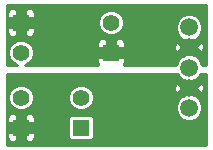
<source format=gbl>
G04 (created by PCBNEW (2013-may-18)-stable) date Tue 01 Oct 2013 11:13:52 PM CDT*
%MOIN*%
G04 Gerber Fmt 3.4, Leading zero omitted, Abs format*
%FSLAX34Y34*%
G01*
G70*
G90*
G04 APERTURE LIST*
%ADD10C,0.006*%
%ADD11R,0.055X0.055*%
%ADD12C,0.055*%
%ADD13C,0.0590551*%
%ADD14C,0.01*%
G04 APERTURE END LIST*
G54D10*
G54D11*
X8900Y-11250D03*
G54D12*
X8900Y-10250D03*
G54D11*
X8900Y-7750D03*
G54D12*
X8900Y-8750D03*
G54D13*
X14500Y-10590D03*
X14500Y-9920D03*
X14500Y-9250D03*
X14500Y-8580D03*
X14500Y-7910D03*
G54D11*
X11900Y-8750D03*
G54D12*
X11900Y-7750D03*
G54D11*
X10900Y-11250D03*
G54D12*
X10900Y-10250D03*
G54D10*
G36*
X15080Y-9150D02*
X15004Y-9150D01*
X15004Y-8549D01*
X14977Y-8415D01*
X14945Y-8399D01*
X14945Y-7821D01*
X14877Y-7658D01*
X14752Y-7532D01*
X14588Y-7464D01*
X14411Y-7464D01*
X14248Y-7532D01*
X14122Y-7657D01*
X14054Y-7821D01*
X14054Y-7998D01*
X14122Y-8161D01*
X14247Y-8287D01*
X14411Y-8355D01*
X14484Y-8355D01*
X14500Y-8371D01*
X14515Y-8355D01*
X14588Y-8355D01*
X14751Y-8287D01*
X14877Y-8162D01*
X14945Y-7998D01*
X14945Y-7821D01*
X14945Y-8399D01*
X14908Y-8380D01*
X14708Y-8580D01*
X14908Y-8779D01*
X14977Y-8744D01*
X15004Y-8549D01*
X15004Y-9150D01*
X14940Y-9150D01*
X14877Y-8998D01*
X14752Y-8872D01*
X14588Y-8804D01*
X14515Y-8804D01*
X14500Y-8788D01*
X14484Y-8804D01*
X14411Y-8804D01*
X14291Y-8854D01*
X14291Y-8580D01*
X14091Y-8380D01*
X14022Y-8415D01*
X13995Y-8610D01*
X14022Y-8744D01*
X14091Y-8779D01*
X14291Y-8580D01*
X14291Y-8854D01*
X14248Y-8872D01*
X14122Y-8997D01*
X14059Y-9150D01*
X12332Y-9150D01*
X12344Y-9138D01*
X12375Y-9064D01*
X12375Y-8435D01*
X12344Y-8361D01*
X12325Y-8342D01*
X12325Y-7665D01*
X12260Y-7509D01*
X12141Y-7389D01*
X11984Y-7325D01*
X11815Y-7324D01*
X11659Y-7389D01*
X11539Y-7508D01*
X11475Y-7665D01*
X11474Y-7834D01*
X11539Y-7990D01*
X11658Y-8110D01*
X11815Y-8174D01*
X11984Y-8175D01*
X12140Y-8110D01*
X12260Y-7991D01*
X12324Y-7834D01*
X12325Y-7665D01*
X12325Y-8342D01*
X12288Y-8305D01*
X12214Y-8275D01*
X12135Y-8274D01*
X12087Y-8275D01*
X12037Y-8325D01*
X12037Y-8612D01*
X12325Y-8612D01*
X12375Y-8562D01*
X12375Y-8435D01*
X12375Y-9064D01*
X12375Y-8937D01*
X12325Y-8887D01*
X12037Y-8887D01*
X12037Y-8907D01*
X11762Y-8907D01*
X11762Y-8887D01*
X11762Y-8612D01*
X11762Y-8325D01*
X11712Y-8275D01*
X11664Y-8274D01*
X11585Y-8275D01*
X11511Y-8305D01*
X11455Y-8361D01*
X11424Y-8435D01*
X11425Y-8562D01*
X11475Y-8612D01*
X11762Y-8612D01*
X11762Y-8887D01*
X11475Y-8887D01*
X11425Y-8937D01*
X11424Y-9064D01*
X11455Y-9138D01*
X11467Y-9150D01*
X9375Y-9150D01*
X9375Y-8064D01*
X9375Y-7435D01*
X9344Y-7361D01*
X9288Y-7305D01*
X9214Y-7275D01*
X9135Y-7274D01*
X9087Y-7275D01*
X9037Y-7325D01*
X9037Y-7612D01*
X9325Y-7612D01*
X9375Y-7562D01*
X9375Y-7435D01*
X9375Y-8064D01*
X9375Y-7937D01*
X9325Y-7887D01*
X9037Y-7887D01*
X9037Y-8175D01*
X9087Y-8225D01*
X9135Y-8225D01*
X9214Y-8224D01*
X9288Y-8194D01*
X9344Y-8138D01*
X9375Y-8064D01*
X9375Y-9150D01*
X9044Y-9150D01*
X9140Y-9110D01*
X9260Y-8991D01*
X9324Y-8834D01*
X9325Y-8665D01*
X9260Y-8509D01*
X9141Y-8389D01*
X8984Y-8325D01*
X8815Y-8324D01*
X8762Y-8346D01*
X8762Y-8175D01*
X8762Y-7887D01*
X8762Y-7612D01*
X8762Y-7325D01*
X8712Y-7275D01*
X8664Y-7274D01*
X8585Y-7275D01*
X8511Y-7305D01*
X8455Y-7361D01*
X8424Y-7435D01*
X8425Y-7562D01*
X8475Y-7612D01*
X8762Y-7612D01*
X8762Y-7887D01*
X8475Y-7887D01*
X8425Y-7937D01*
X8424Y-8064D01*
X8455Y-8138D01*
X8511Y-8194D01*
X8585Y-8224D01*
X8664Y-8225D01*
X8712Y-8225D01*
X8762Y-8175D01*
X8762Y-8346D01*
X8659Y-8389D01*
X8539Y-8508D01*
X8475Y-8665D01*
X8474Y-8834D01*
X8539Y-8990D01*
X8658Y-9110D01*
X8755Y-9150D01*
X8419Y-9150D01*
X8419Y-7169D01*
X15080Y-7169D01*
X15080Y-9150D01*
X15080Y-9150D01*
G37*
G54D14*
X15080Y-9150D02*
X15004Y-9150D01*
X15004Y-8549D01*
X14977Y-8415D01*
X14945Y-8399D01*
X14945Y-7821D01*
X14877Y-7658D01*
X14752Y-7532D01*
X14588Y-7464D01*
X14411Y-7464D01*
X14248Y-7532D01*
X14122Y-7657D01*
X14054Y-7821D01*
X14054Y-7998D01*
X14122Y-8161D01*
X14247Y-8287D01*
X14411Y-8355D01*
X14484Y-8355D01*
X14500Y-8371D01*
X14515Y-8355D01*
X14588Y-8355D01*
X14751Y-8287D01*
X14877Y-8162D01*
X14945Y-7998D01*
X14945Y-7821D01*
X14945Y-8399D01*
X14908Y-8380D01*
X14708Y-8580D01*
X14908Y-8779D01*
X14977Y-8744D01*
X15004Y-8549D01*
X15004Y-9150D01*
X14940Y-9150D01*
X14877Y-8998D01*
X14752Y-8872D01*
X14588Y-8804D01*
X14515Y-8804D01*
X14500Y-8788D01*
X14484Y-8804D01*
X14411Y-8804D01*
X14291Y-8854D01*
X14291Y-8580D01*
X14091Y-8380D01*
X14022Y-8415D01*
X13995Y-8610D01*
X14022Y-8744D01*
X14091Y-8779D01*
X14291Y-8580D01*
X14291Y-8854D01*
X14248Y-8872D01*
X14122Y-8997D01*
X14059Y-9150D01*
X12332Y-9150D01*
X12344Y-9138D01*
X12375Y-9064D01*
X12375Y-8435D01*
X12344Y-8361D01*
X12325Y-8342D01*
X12325Y-7665D01*
X12260Y-7509D01*
X12141Y-7389D01*
X11984Y-7325D01*
X11815Y-7324D01*
X11659Y-7389D01*
X11539Y-7508D01*
X11475Y-7665D01*
X11474Y-7834D01*
X11539Y-7990D01*
X11658Y-8110D01*
X11815Y-8174D01*
X11984Y-8175D01*
X12140Y-8110D01*
X12260Y-7991D01*
X12324Y-7834D01*
X12325Y-7665D01*
X12325Y-8342D01*
X12288Y-8305D01*
X12214Y-8275D01*
X12135Y-8274D01*
X12087Y-8275D01*
X12037Y-8325D01*
X12037Y-8612D01*
X12325Y-8612D01*
X12375Y-8562D01*
X12375Y-8435D01*
X12375Y-9064D01*
X12375Y-8937D01*
X12325Y-8887D01*
X12037Y-8887D01*
X12037Y-8907D01*
X11762Y-8907D01*
X11762Y-8887D01*
X11762Y-8612D01*
X11762Y-8325D01*
X11712Y-8275D01*
X11664Y-8274D01*
X11585Y-8275D01*
X11511Y-8305D01*
X11455Y-8361D01*
X11424Y-8435D01*
X11425Y-8562D01*
X11475Y-8612D01*
X11762Y-8612D01*
X11762Y-8887D01*
X11475Y-8887D01*
X11425Y-8937D01*
X11424Y-9064D01*
X11455Y-9138D01*
X11467Y-9150D01*
X9375Y-9150D01*
X9375Y-8064D01*
X9375Y-7435D01*
X9344Y-7361D01*
X9288Y-7305D01*
X9214Y-7275D01*
X9135Y-7274D01*
X9087Y-7275D01*
X9037Y-7325D01*
X9037Y-7612D01*
X9325Y-7612D01*
X9375Y-7562D01*
X9375Y-7435D01*
X9375Y-8064D01*
X9375Y-7937D01*
X9325Y-7887D01*
X9037Y-7887D01*
X9037Y-8175D01*
X9087Y-8225D01*
X9135Y-8225D01*
X9214Y-8224D01*
X9288Y-8194D01*
X9344Y-8138D01*
X9375Y-8064D01*
X9375Y-9150D01*
X9044Y-9150D01*
X9140Y-9110D01*
X9260Y-8991D01*
X9324Y-8834D01*
X9325Y-8665D01*
X9260Y-8509D01*
X9141Y-8389D01*
X8984Y-8325D01*
X8815Y-8324D01*
X8762Y-8346D01*
X8762Y-8175D01*
X8762Y-7887D01*
X8762Y-7612D01*
X8762Y-7325D01*
X8712Y-7275D01*
X8664Y-7274D01*
X8585Y-7275D01*
X8511Y-7305D01*
X8455Y-7361D01*
X8424Y-7435D01*
X8425Y-7562D01*
X8475Y-7612D01*
X8762Y-7612D01*
X8762Y-7887D01*
X8475Y-7887D01*
X8425Y-7937D01*
X8424Y-8064D01*
X8455Y-8138D01*
X8511Y-8194D01*
X8585Y-8224D01*
X8664Y-8225D01*
X8712Y-8225D01*
X8762Y-8175D01*
X8762Y-8346D01*
X8659Y-8389D01*
X8539Y-8508D01*
X8475Y-8665D01*
X8474Y-8834D01*
X8539Y-8990D01*
X8658Y-9110D01*
X8755Y-9150D01*
X8419Y-9150D01*
X8419Y-7169D01*
X15080Y-7169D01*
X15080Y-9150D01*
G54D10*
G36*
X15080Y-11830D02*
X15004Y-11830D01*
X15004Y-9889D01*
X14977Y-9755D01*
X14908Y-9720D01*
X14708Y-9920D01*
X14908Y-10119D01*
X14977Y-10084D01*
X15004Y-9889D01*
X15004Y-11830D01*
X14945Y-11830D01*
X14945Y-10501D01*
X14877Y-10338D01*
X14752Y-10212D01*
X14588Y-10144D01*
X14515Y-10144D01*
X14500Y-10128D01*
X14484Y-10144D01*
X14411Y-10144D01*
X14291Y-10194D01*
X14291Y-9920D01*
X14091Y-9720D01*
X14022Y-9755D01*
X13995Y-9950D01*
X14022Y-10084D01*
X14091Y-10119D01*
X14291Y-9920D01*
X14291Y-10194D01*
X14248Y-10212D01*
X14122Y-10337D01*
X14054Y-10501D01*
X14054Y-10678D01*
X14122Y-10841D01*
X14247Y-10967D01*
X14411Y-11035D01*
X14588Y-11035D01*
X14751Y-10967D01*
X14877Y-10842D01*
X14945Y-10678D01*
X14945Y-10501D01*
X14945Y-11830D01*
X11325Y-11830D01*
X11325Y-10165D01*
X11260Y-10009D01*
X11141Y-9889D01*
X10984Y-9825D01*
X10815Y-9824D01*
X10659Y-9889D01*
X10539Y-10008D01*
X10475Y-10165D01*
X10474Y-10334D01*
X10539Y-10490D01*
X10658Y-10610D01*
X10815Y-10674D01*
X10984Y-10675D01*
X11140Y-10610D01*
X11260Y-10491D01*
X11324Y-10334D01*
X11325Y-10165D01*
X11325Y-11830D01*
X11325Y-11830D01*
X11325Y-11495D01*
X11325Y-10945D01*
X11302Y-10890D01*
X11260Y-10847D01*
X11204Y-10825D01*
X11145Y-10824D01*
X10595Y-10824D01*
X10540Y-10847D01*
X10497Y-10889D01*
X10475Y-10945D01*
X10474Y-11004D01*
X10474Y-11554D01*
X10497Y-11609D01*
X10539Y-11652D01*
X10595Y-11674D01*
X10654Y-11675D01*
X11204Y-11675D01*
X11259Y-11652D01*
X11302Y-11610D01*
X11324Y-11554D01*
X11325Y-11495D01*
X11325Y-11830D01*
X9375Y-11830D01*
X9375Y-11564D01*
X9375Y-10935D01*
X9344Y-10861D01*
X9325Y-10842D01*
X9325Y-10165D01*
X9260Y-10009D01*
X9141Y-9889D01*
X8984Y-9825D01*
X8815Y-9824D01*
X8659Y-9889D01*
X8539Y-10008D01*
X8475Y-10165D01*
X8474Y-10334D01*
X8539Y-10490D01*
X8658Y-10610D01*
X8815Y-10674D01*
X8984Y-10675D01*
X9140Y-10610D01*
X9260Y-10491D01*
X9324Y-10334D01*
X9325Y-10165D01*
X9325Y-10842D01*
X9288Y-10805D01*
X9214Y-10775D01*
X9135Y-10774D01*
X9087Y-10775D01*
X9037Y-10825D01*
X9037Y-11112D01*
X9325Y-11112D01*
X9375Y-11062D01*
X9375Y-10935D01*
X9375Y-11564D01*
X9375Y-11437D01*
X9325Y-11387D01*
X9037Y-11387D01*
X9037Y-11675D01*
X9087Y-11725D01*
X9135Y-11725D01*
X9214Y-11724D01*
X9288Y-11694D01*
X9344Y-11638D01*
X9375Y-11564D01*
X9375Y-11830D01*
X8762Y-11830D01*
X8762Y-11675D01*
X8762Y-11387D01*
X8762Y-11112D01*
X8762Y-10825D01*
X8712Y-10775D01*
X8664Y-10774D01*
X8585Y-10775D01*
X8511Y-10805D01*
X8455Y-10861D01*
X8424Y-10935D01*
X8425Y-11062D01*
X8475Y-11112D01*
X8762Y-11112D01*
X8762Y-11387D01*
X8475Y-11387D01*
X8425Y-11437D01*
X8424Y-11564D01*
X8455Y-11638D01*
X8511Y-11694D01*
X8585Y-11724D01*
X8664Y-11725D01*
X8712Y-11725D01*
X8762Y-11675D01*
X8762Y-11830D01*
X8419Y-11830D01*
X8419Y-9450D01*
X14100Y-9450D01*
X14122Y-9501D01*
X14247Y-9627D01*
X14411Y-9695D01*
X14484Y-9695D01*
X14500Y-9711D01*
X14515Y-9695D01*
X14588Y-9695D01*
X14751Y-9627D01*
X14877Y-9502D01*
X14899Y-9450D01*
X15080Y-9450D01*
X15080Y-11830D01*
X15080Y-11830D01*
G37*
G54D14*
X15080Y-11830D02*
X15004Y-11830D01*
X15004Y-9889D01*
X14977Y-9755D01*
X14908Y-9720D01*
X14708Y-9920D01*
X14908Y-10119D01*
X14977Y-10084D01*
X15004Y-9889D01*
X15004Y-11830D01*
X14945Y-11830D01*
X14945Y-10501D01*
X14877Y-10338D01*
X14752Y-10212D01*
X14588Y-10144D01*
X14515Y-10144D01*
X14500Y-10128D01*
X14484Y-10144D01*
X14411Y-10144D01*
X14291Y-10194D01*
X14291Y-9920D01*
X14091Y-9720D01*
X14022Y-9755D01*
X13995Y-9950D01*
X14022Y-10084D01*
X14091Y-10119D01*
X14291Y-9920D01*
X14291Y-10194D01*
X14248Y-10212D01*
X14122Y-10337D01*
X14054Y-10501D01*
X14054Y-10678D01*
X14122Y-10841D01*
X14247Y-10967D01*
X14411Y-11035D01*
X14588Y-11035D01*
X14751Y-10967D01*
X14877Y-10842D01*
X14945Y-10678D01*
X14945Y-10501D01*
X14945Y-11830D01*
X11325Y-11830D01*
X11325Y-10165D01*
X11260Y-10009D01*
X11141Y-9889D01*
X10984Y-9825D01*
X10815Y-9824D01*
X10659Y-9889D01*
X10539Y-10008D01*
X10475Y-10165D01*
X10474Y-10334D01*
X10539Y-10490D01*
X10658Y-10610D01*
X10815Y-10674D01*
X10984Y-10675D01*
X11140Y-10610D01*
X11260Y-10491D01*
X11324Y-10334D01*
X11325Y-10165D01*
X11325Y-11830D01*
X11325Y-11830D01*
X11325Y-11495D01*
X11325Y-10945D01*
X11302Y-10890D01*
X11260Y-10847D01*
X11204Y-10825D01*
X11145Y-10824D01*
X10595Y-10824D01*
X10540Y-10847D01*
X10497Y-10889D01*
X10475Y-10945D01*
X10474Y-11004D01*
X10474Y-11554D01*
X10497Y-11609D01*
X10539Y-11652D01*
X10595Y-11674D01*
X10654Y-11675D01*
X11204Y-11675D01*
X11259Y-11652D01*
X11302Y-11610D01*
X11324Y-11554D01*
X11325Y-11495D01*
X11325Y-11830D01*
X9375Y-11830D01*
X9375Y-11564D01*
X9375Y-10935D01*
X9344Y-10861D01*
X9325Y-10842D01*
X9325Y-10165D01*
X9260Y-10009D01*
X9141Y-9889D01*
X8984Y-9825D01*
X8815Y-9824D01*
X8659Y-9889D01*
X8539Y-10008D01*
X8475Y-10165D01*
X8474Y-10334D01*
X8539Y-10490D01*
X8658Y-10610D01*
X8815Y-10674D01*
X8984Y-10675D01*
X9140Y-10610D01*
X9260Y-10491D01*
X9324Y-10334D01*
X9325Y-10165D01*
X9325Y-10842D01*
X9288Y-10805D01*
X9214Y-10775D01*
X9135Y-10774D01*
X9087Y-10775D01*
X9037Y-10825D01*
X9037Y-11112D01*
X9325Y-11112D01*
X9375Y-11062D01*
X9375Y-10935D01*
X9375Y-11564D01*
X9375Y-11437D01*
X9325Y-11387D01*
X9037Y-11387D01*
X9037Y-11675D01*
X9087Y-11725D01*
X9135Y-11725D01*
X9214Y-11724D01*
X9288Y-11694D01*
X9344Y-11638D01*
X9375Y-11564D01*
X9375Y-11830D01*
X8762Y-11830D01*
X8762Y-11675D01*
X8762Y-11387D01*
X8762Y-11112D01*
X8762Y-10825D01*
X8712Y-10775D01*
X8664Y-10774D01*
X8585Y-10775D01*
X8511Y-10805D01*
X8455Y-10861D01*
X8424Y-10935D01*
X8425Y-11062D01*
X8475Y-11112D01*
X8762Y-11112D01*
X8762Y-11387D01*
X8475Y-11387D01*
X8425Y-11437D01*
X8424Y-11564D01*
X8455Y-11638D01*
X8511Y-11694D01*
X8585Y-11724D01*
X8664Y-11725D01*
X8712Y-11725D01*
X8762Y-11675D01*
X8762Y-11830D01*
X8419Y-11830D01*
X8419Y-9450D01*
X14100Y-9450D01*
X14122Y-9501D01*
X14247Y-9627D01*
X14411Y-9695D01*
X14484Y-9695D01*
X14500Y-9711D01*
X14515Y-9695D01*
X14588Y-9695D01*
X14751Y-9627D01*
X14877Y-9502D01*
X14899Y-9450D01*
X15080Y-9450D01*
X15080Y-11830D01*
M02*

</source>
